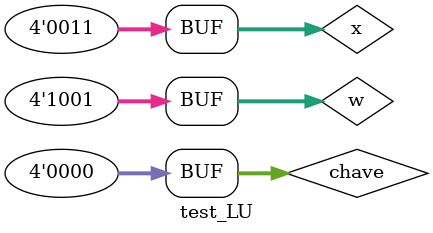
<source format=v>
module cx1 (output [3:0] s0, 
			   input [3:0] s5, 
			   input [3:0] s3, 
			   input [3:0] chave); 
 assign s0 = (s5 & ~chave) | (s3 & chave); 
	endmodule // cx1
	
module cx2 (output [3:0] s1, 
	         input [3:0] s2, 
		      input [3:0] s4, 
		      input [3:0] chave); 
 assign s1 = (s2 & ~chave) | (s4 & chave); 
	endmodule // cx2
	
module orGate (output [3:0] s5, 
		  		   input [3:0] w, 
			  		input [3:0] x); 
 assign s5 = (w | x);         
 	endmodule // orGate 
	
module andGate (output [3:0] s2, 
			  		 input [3:0] w, 
			  		 input [3:0] x); 
 assign s2 = (w & x); 
	endmodule // andGate 
	
module norGate (output [3:0] s4, 
			  		 input [3:0] w, 
			  		 input [3:0] x); 
 assign s4 = ~(w | x);         
 	endmodule // norGate 
	
module nandGate (output [3:0] s3, 
			  		  input [3:0] w, 
			  		  input [3:0] x); 
 assign s3 = ~(w & x); 
	endmodule // nandGate 
	
	module test_LU; 
// ------------------------- definir dados 
	reg [3:0] w; 
	reg [3:0] x; 
	reg [3:0] chave; 
	
	wire [3:0] s0; 
	wire [3:0] s1; 
	wire [3:0] s2; 
	wire [3:0] s3; 
	wire [3:0] s4; 
	wire [3:0] s5; 
	
	orGate domada (s5, w, x);
	nandGate bilara (s3, w, x);
	andGate bonanza (s2, w, x);
	norGate pitanga (s4, w, x);
	cx1 fox (s0, s5, s3, chave);
	cx2 danubio (s1, s2, s4, chave);
	
// ------------------------- parte principal 
initial begin 
	$display("Exemplo0033 - Luis Vasconcelos Dias - 412753"); 
	$display("Test LU's module"); 
	
	w = 4'b0011; x = 4'b0101;
	#1 chave = 4'b1111;
	$monitor("\n%b (| ou ~&) %b chave %b = %b \n%b (~| ou &) %b chave %b = %b", w, x, chave, s0, w, x, chave, s1); 
	#2 chave = 4'b0000;
	
	w = 4'b0000; x = 4'b0000;
	#1 chave = 4'b1111;
	$monitor("\n%b (| ou ~&) %b chave %b = %b \n%b (~| ou &) %b chave %b = %b", w, x, chave, s0, w, x, chave, s1); 
	#2 chave = 4'b0000;
	
	w = 4'b0010; x = 4'b0001;
	#1 chave = 4'b1111;
	$monitor("\n%b (| ou ~&) %b chave %b = %b \n%b (~| ou &) %b chave %b = %b", w, x, chave, s0, w, x, chave, s1);
	#2 chave = 4'b0000;
	
	w = 4'b0001; x = 4'b0011;
	#1 chave = 4'b1111;
	$monitor("\n%b (| ou ~&) %b chave %b = %b \n%b (~| ou &) %b chave %b = %b", w, x, chave, s0, w, x, chave, s1); 
	#2 chave = 4'b0000;
	
	w = 4'b0101; x = 4'b0010;
	#1 chave = 4'b1111;
	$monitor("\n%b (| ou ~&) %b chave %b = %b \n%b (~| ou &) %b chave %b = %b", w, x, chave, s0, w, x, chave, s1); 
	#2 chave = 4'b0000;
	
	w = 4'b1010; x = 4'b0011;
	#1 chave = 4'b1111;
	$monitor("\n%b (| ou ~&) %b chave %b = %b \n%b (~| ou &) %b chave %b = %b", w, x, chave, s0, w, x, chave, s1);
	#2 chave = 4'b0000;
	
	w = 4'b1001; x = 4'b0011;
	#1 chave = 4'b1111;
	$monitor("\n%b (| ou ~&) %b chave %b = %b \n%b (~| ou &) %b chave %b = %b", w, x, chave, s0, w, x, chave, s1); 
	#2 chave = 4'b0000;
end 
endmodule // test_f5 

// ------------------------- testes

/*
Test LU's module

0011 (| ou ~&) 0101 chave 1111 = 1110 
0011 (~| ou &) 0101 chave 1111 = 1000

0000 (| ou ~&) 0000 chave 0000 = 0000 
0000 (~| ou &) 0000 chave 0000 = 0000

0000 (| ou ~&) 0000 chave 1111 = 1111 
0000 (~| ou &) 0000 chave 1111 = 1111

0010 (| ou ~&) 0001 chave 0000 = 0011 
0010 (~| ou &) 0001 chave 0000 = 0000

0010 (| ou ~&) 0001 chave 1111 = 1111 
0010 (~| ou &) 0001 chave 1111 = 1100

0001 (| ou ~&) 0011 chave 0000 = 0011 
0001 (~| ou &) 0011 chave 0000 = 0001

0001 (| ou ~&) 0011 chave 1111 = 1110 
0001 (~| ou &) 0011 chave 1111 = 1100

0101 (| ou ~&) 0010 chave 0000 = 0111 
0101 (~| ou &) 0010 chave 0000 = 0000

0101 (| ou ~&) 0010 chave 1111 = 1111 
0101 (~| ou &) 0010 chave 1111 = 1000

1010 (| ou ~&) 0011 chave 0000 = 1011 
1010 (~| ou &) 0011 chave 0000 = 0010

1010 (| ou ~&) 0011 chave 1111 = 1101 
1010 (~| ou &) 0011 chave 1111 = 0100

1001 (| ou ~&) 0011 chave 0000 = 1011 
1001 (~| ou &) 0011 chave 0000 = 0001

1001 (| ou ~&) 0011 chave 1111 = 1110 
1001 (~| ou &) 0011 chave 1111 = 0100

1001 (| ou ~&) 0011 chave 0000 = 1011 
1001 (~| ou &) 0011 chave 0000 = 0001
*/
</source>
